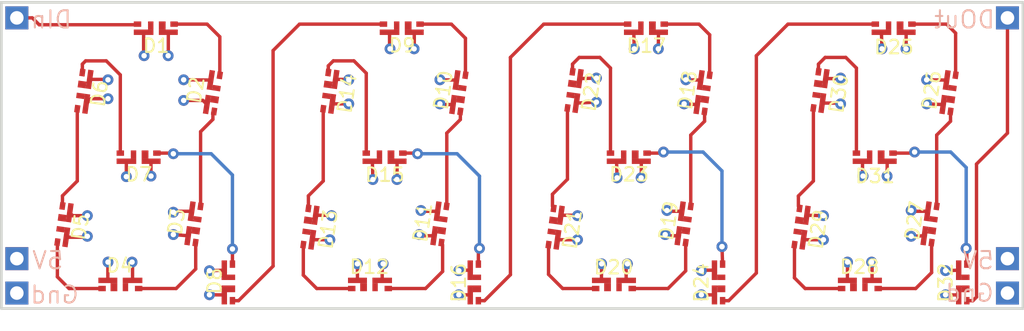
<source format=kicad_pcb>
(kicad_pcb (version 20221018) (generator pcbnew)
  (layers (0 "F.Cu" signal) (1 "In1.Cu" power) (2 "In2.Cu" power) (31 "B.Cu" signal) (34 "B.Paste" user) (35 "F.Paste" user) (36 "B.SilkS" user "B.Silkscreen") (37 "F.SilkS" user "F.Silkscreen") (38 "B.Mask" user) (39 "F.Mask" user) (44 "Edge.Cuts" user))
  (net 0 "")
  (net 1 "GND")
  (net 2 "Net-(D1-DOUT)")
  (net 3 "unconnected-(D1-DIN-Pad3)")
  (net 4 "+5V")
  (net 5 "Net-(D2-DOUT)")
  (net 6 "Net-(D3-DOUT)")
  (net 7 "Net-(D4-DOUT)")
  (net 8 "Net-(D5-DOUT)")
  (net 9 "Net-(D6-DOUT)")
  (net 10 "Net-(D7-DOUT)")
  (net 11 "Net-(D8-DOUT)")
  (net 12 "Net-(D10-DIN)")
  (net 13 "Net-(D10-DOUT)")
  (net 14 "Net-(D11-DOUT)")
  (net 15 "Net-(D12-DOUT)")
  (net 16 "Net-(D13-DOUT)")
  (net 17 "Net-(D14-DOUT)")
  (net 18 "Net-(D15-DOUT)")
  (net 19 "Net-(D16-DOUT)")
  (net 20 "Net-(D17-DOUT)")
  (net 21 "Net-(D18-DOUT)")
  (net 22 "Net-(D19-DOUT)")
  (net 23 "Net-(D20-DOUT)")
  (net 24 "Net-(D21-DOUT)")
  (net 25 "Net-(D22-DOUT)")
  (net 26 "Net-(D23-DOUT)")
  (net 27 "Net-(D24-DOUT)")
  (net 28 "Net-(D25-DOUT)")
  (net 29 "Net-(D26-DOUT)")
  (net 30 "Net-(D27-DOUT)")
  (net 31 "Net-(D28-DOUT)")
  (net 32 "Net-(D29-DOUT)")
  (net 33 "Net-(D30-DOUT)")
  (net 34 "Net-(D31-DOUT)")
  (net 35 "unconnected-(D32-DOUT-Pad2)")
  (footprint "Custom Footprint Library:SK6812-EC3210F" (layer "F.Cu") (at 115.316 82.169 82)
    (fp_text reference "D11")
    (fp_text value "SK6812-EC3210F" hide)
  )
  (footprint "Custom Footprint Library:SK6812-EC3210F" (layer "F.Cu") (at 111.252 77.216 180)
    (fp_text reference "D15")
    (fp_text value "SK6812-EC3210F" hide)
  )
  (footprint "Custom Footprint Library:SK6812-EC3210F" (layer "F.Cu") (at 135.89 86.487 90)
    (fp_text reference "D24")
    (fp_text value "SK6812-EC3210F" hide)
  )
  (footprint "Custom Footprint Library:SK6812-EC3210F" (layer "F.Cu") (at 146.304 86.614)
    (fp_text reference "D28")
    (fp_text value "SK6812-EC3210F" hide)
  )
  (footprint "Custom Footprint Library:SK6812-EC3210F" (layer "F.Cu") (at 123.825 82.354 -98)
    (fp_text reference "D21")
    (fp_text value "SK6812-EC3210F" hide)
  )
  (footprint "" (layer "F.Cu") (at 157.226 84.709)
    (fp_text reference "")
    (fp_text value "")
  )
  (footprint "Custom Footprint Library:SK6812-EC3210F" (layer "F.Cu") (at 147.447 77.216 180)
    (fp_text reference "D31")
    (fp_text value "SK6812-EC3210F" hide)
  )
  (footprint "Custom Footprint Library:SK6812-EC3210F" (layer "F.Cu") (at 143.383 72.263 -98)
    (fp_text reference "D30")
    (fp_text value "SK6812-EC3210F" hide)
  )
  (footprint "Custom Footprint Library:SK6812-EC3210F" (layer "F.Cu") (at 99.695 86.487 90)
    (fp_text reference "D8")
    (fp_text value "SK6812-EC3210F" hide)
  )
  (footprint "Custom Footprint Library:SK6812-EC3210F" (layer "F.Cu") (at 89.027 72.321 -98)
    (fp_text reference "D6")
    (fp_text value "SK6812-EC3210F" hide)
  )
  (footprint "Custom Footprint Library:SK6812-EC3210F" (layer "F.Cu") (at 93.091 77.216 180)
    (fp_text reference "D7")
    (fp_text value "SK6812-EC3210F" hide)
  )
  (footprint "Custom Footprint Library:SK6812-EC3210F" (layer "F.Cu") (at 97.155 82.169 82)
    (fp_text reference "D3")
    (fp_text value "SK6812-EC3210F" hide)
  )
  (footprint "" (layer "F.Cu") (at 157.226 66.929)
    (fp_text reference "")
    (fp_text value "")
  )
  (footprint "" (layer "F.Cu") (at 157.226 87.249)
    (fp_text reference "")
    (fp_text value "")
  )
  (footprint "Custom Footprint Library:SK6812-EC3210F" (layer "F.Cu") (at 87.557 82.169 -98)
    (fp_text reference "D5")
    (fp_text value "SK6812-EC3210F" hide)
  )
  (footprint "" (layer "F.Cu") (at 84.074 66.929)
    (fp_text reference "")
    (fp_text value "")
  )
  (footprint "Custom Footprint Library:SK6812-EC3210F" (layer "F.Cu") (at 116.713 72.481 82)
    (fp_text reference "D10")
    (fp_text value "SK6812-EC3210F" hide)
  )
  (footprint "Custom Footprint Library:SK6812-EC3210F" (layer "F.Cu") (at 152.908 72.481 82)
    (fp_text reference "D26")
    (fp_text value "SK6812-EC3210F" hide)
  )
  (footprint "Custom Footprint Library:SK6812-EC3210F" (layer "F.Cu") (at 129.286 77.216 180)
    (fp_text reference "D23")
    (fp_text value "SK6812-EC3210F" hide)
  )
  (footprint "Custom Footprint Library:SK6812-EC3210F" (layer "F.Cu") (at 91.694 86.614)
    (fp_text reference "D4")
    (fp_text value "SK6812-EC3210F" hide)
  )
  (footprint "Custom Footprint Library:SK6812-EC3210F" (layer "F.Cu") (at 134.747 72.481 82)
    (fp_text reference "D18")
    (fp_text value "SK6812-EC3210F" hide)
  )
  (footprint "Custom Footprint Library:SK6812-EC3210F" (layer "F.Cu") (at 117.856 86.487 90)
    (fp_text reference "D16")
    (fp_text value "SK6812-EC3210F" hide)
  )
  (footprint "Custom Footprint Library:SK6812-EC3210F" (layer "F.Cu") (at 110.128 86.614)
    (fp_text reference "D12")
    (fp_text value "SK6812-EC3210F" hide)
  )
  (footprint "Custom Footprint Library:SK6812-EC3210F" (layer "F.Cu") (at 98.552 72.481 81)
    (fp_text reference "D2")
    (fp_text value "SK6812-EC3210F" hide)
  )
  (footprint "Custom Footprint Library:SK6812-EC3210F" (layer "F.Cu") (at 125.222 72.263 -98)
    (fp_text reference "D22")
    (fp_text value "SK6812-EC3210F" hide)
  )
  (footprint "Custom Footprint Library:SK6812-EC3210F" (layer "F.Cu") (at 112.522 67.691 180)
    (fp_text reference "D9")
    (fp_text value "SK6812-EC3210F" hide)
  )
  (footprint "Custom Footprint Library:SK6812-EC3210F" (layer "F.Cu") (at 151.511 82.169 82)
    (fp_text reference "D27")
    (fp_text value "SK6812-EC3210F" hide)
  )
  (footprint "Custom Footprint Library:SK6812-EC3210F" (layer "F.Cu") (at 107.188 72.321 -98)
    (fp_text reference "D14")
    (fp_text value "SK6812-EC3210F" hide)
  )
  (footprint "Custom Footprint Library:SK6812-EC3210F" (layer "F.Cu") (at 141.986 82.354 -98)
    (fp_text reference "D29")
    (fp_text value "SK6812-EC3210F" hide)
  )
  (footprint "Custom Footprint Library:SK6812-EC3210F" (layer "F.Cu") (at 130.556 67.691 180)
    (fp_text reference "D17")
    (fp_text value "SK6812-EC3210F" hide)
  )
  (footprint "Custom Footprint Library:SK6812-EC3210F" (layer "F.Cu") (at 148.844 67.691 180)
    (fp_text reference "D25")
    (fp_text value "SK6812-EC3210F" hide)
  )
  (footprint "Custom Footprint Library:SK6812-EC3210F" (layer "F.Cu") (at 133.35 82.169 82)
    (fp_text reference "D19")
    (fp_text value "SK6812-EC3210F" hide)
  )
  (footprint "Custom Footprint Library:SK6812-EC3210F" (layer "F.Cu") (at 105.718 82.354 -98)
    (fp_text reference "D13")
    (fp_text value "SK6812-EC3210F" hide)
  )
  (footprint "Custom Footprint Library:SK6812-EC3210F" (layer "F.Cu") (at 128.143 86.614)
    (fp_text reference "D20")
    (fp_text value "SK6812-EC3210F" hide)
  )
  (footprint "Custom Footprint Library:SK6812-EC3210F" (layer "F.Cu") (at 153.924 86.487 90)
    (fp_text reference "D32")
    (fp_text value "SK6812-EC3210F" hide)
  )
  (footprint "Custom Footprint Library:SK6812-EC3210F" (layer "F.Cu") (at 94.361 67.691 180)
    (fp_text reference "D1")
    (fp_text value "SK6812-EC3210F" hide)
  )
  (footprint "" (layer "B.Cu") (at 84.074 87.249 180)
    (fp_text reference "Gnd")
    (fp_text value "")
  )
  (footprint "" (layer "B.Cu") (at 84.074 84.709 180)
    (fp_text reference "5V")
    (fp_text value "")
  )
  (gr_rect (start 82.931 65.786) (end 158.369 88.392) (stroke (width 0.2)) (fill none) (layer "Edge.Cuts"))
  (gr_text "5V" (at 155.067 84.836) (layer "B.SilkS") (effects (font (size 1.27 1.27)) (justify mirror)))
  (gr_text "Gnd" (at 154.432 87.249) (layer "B.SilkS") (effects (font (size 1.27 1.27)) (justify mirror)))
  (gr_text "DIn" (at 86.614 67.056) (layer "B.SilkS") (effects (font (size 1.27 1.27)) (justify mirror)))
  (gr_text "DOut" (at 154.051 67.056) (layer "B.SilkS") (effects (font (size 1.27 1.27)) (justify mirror)))
  (segment (start 114.893664 83.018489) (end 113.879489 83.018489) (width 0.25) (layer "F.Cu") (net 1))
  (segment (start 125.446511 81.504511) (end 125.476 81.534) (width 0.25) (layer "F.Cu") (net 1))
  (segment (start 149.744 67.991) (end 149.744 69.204) (width 0.25) (layer "F.Cu") (net 1))
  (segment (start 134.62 87.376) (end 134.631 87.387) (width 0.25) (layer "F.Cu") (net 1))
  (segment (start 108.585 71.501) (end 108.458 71.501) (width 0.25) (layer "F.Cu") (net 1))
  (segment (start 143.805336 71.413511) (end 144.867489 71.413511) (width 0.25) (layer "F.Cu") (net 1))
  (segment (start 124.247336 81.504511) (end 125.446511 81.504511) (width 0.25) (layer "F.Cu") (net 1))
  (segment (start 130.186 78.729) (end 130.175 78.74) (width 0.25) (layer "F.Cu") (net 1))
  (segment (start 90.834489 71.471511) (end 90.902511 71.471511) (width 0.25) (layer "F.Cu") (net 1))
  (segment (start 106.140336 81.504511) (end 107.285511 81.504511) (width 0.25) (layer "F.Cu") (net 1))
  (segment (start 117.556 87.387) (end 116.713 87.376) (width 0.25) (layer "F.Cu") (net 1))
  (segment (start 90.805 71.501) (end 90.834489 71.471511) (width 0.25) (layer "F.Cu") (net 1))
  (segment (start 112.152 77.516) (end 112.152 78.856) (width 0.25) (layer "F.Cu") (net 1))
  (segment (start 145.404 86.314) (end 145.415 84.963) (width 0.25) (layer "F.Cu") (net 1))
  (segment (start 148.336 78.613) (end 148.347 78.602) (width 0.25) (layer "F.Cu") (net 1))
  (segment (start 148.347 77.516) (end 148.336 78.613) (width 0.25) (layer "F.Cu") (net 1))
  (segment (start 95.261 69.712) (end 95.25 69.723) (width 0.25) (layer "F.Cu") (net 1))
  (segment (start 107.610336 71.471511) (end 108.428511 71.471511) (width 0.25) (layer "F.Cu") (net 1))
  (segment (start 88.193825 81.534) (end 89.281 81.534) (width 0.25) (layer "F.Cu") (net 1))
  (segment (start 113.879489 83.018489) (end 113.792 82.931) (width 0.25) (layer "F.Cu") (net 1))
  (segment (start 90.775511 71.471511) (end 90.805 71.501) (width 0.25) (layer "F.Cu") (net 1))
  (segment (start 145.415 84.963) (end 145.404 84.974) (width 0.25) (layer "F.Cu") (net 1))
  (segment (start 132.040489 83.018489) (end 131.953 82.931) (width 0.25) (layer "F.Cu") (net 1))
  (segment (start 99.395 87.387) (end 98.298 87.376) (width 0.25) (layer "F.Cu") (net 1))
  (segment (start 107.285511 81.504511) (end 107.315 81.534) (width 0.25) (layer "F.Cu") (net 1))
  (segment (start 113.422 69.204) (end 113.411 69.215) (width 0.25) (layer "F.Cu") (net 1))
  (segment (start 95.261 67.991) (end 95.261 69.712) (width 0.25) (layer "F.Cu") (net 1))
  (segment (start 152.665 87.387) (end 152.654 87.376) (width 0.25) (layer "F.Cu") (net 1))
  (segment (start 144.867489 71.413511) (end 144.907 71.374) (width 0.25) (layer "F.Cu") (net 1))
  (segment (start 116.713 87.376) (end 116.724 87.387) (width 0.25) (layer "F.Cu") (net 1))
  (segment (start 113.422 67.991) (end 113.422 69.204) (width 0.25) (layer "F.Cu") (net 1))
  (segment (start 151.257 73.279) (end 151.308489 73.330489) (width 0.25) (layer "F.Cu") (net 1))
  (segment (start 142.408336 81.504511) (end 143.637 81.534) (width 0.25) (layer "F.Cu") (net 1))
  (segment (start 152.485664 73.330489) (end 151.257 73.279) (width 0.25) (layer "F.Cu") (net 1))
  (segment (start 150.114 83.058) (end 150.153511 83.018489) (width 0.25) (layer "F.Cu") (net 1))
  (segment (start 135.59 87.387) (end 134.62 87.376) (width 0.25) (layer "F.Cu") (net 1))
  (segment (start 131.445 69.215) (end 131.456 69.204) (width 0.25) (layer "F.Cu") (net 1))
  (segment (start 143.637 81.534) (end 143.607511 81.504511) (width 0.25) (layer "F.Cu") (net 1))
  (segment (start 89.449336 71.471511) (end 90.775511 71.471511) (width 0.25) (layer "F.Cu") (net 1))
  (segment (start 127.243 86.314) (end 127.254 85.09) (width 0.25) (layer "F.Cu") (net 1))
  (segment (start 93.98 77.527) (end 93.991 77.516) (width 0.25) (layer "F.Cu") (net 1))
  (segment (start 95.631 82.931) (end 95.591489 83.018489) (width 0.25) (layer "F.Cu") (net 1))
  (segment (start 153.624 87.387) (end 152.665 87.387) (width 0.25) (layer "F.Cu") (net 1))
  (segment (start 97.816913 73.025) (end 96.393 73.025) (width 0.25) (layer "F.Cu") (net 1))
  (segment (start 131.456 67.991) (end 131.445 69.215) (width 0.25) (layer "F.Cu") (net 1))
  (segment (start 96.732664 83.018489) (end 95.631 82.931) (width 0.25) (layer "F.Cu") (net 1))
  (segment (start 115.367489 73.330489) (end 115.316 73.279) (width 0.25) (layer "F.Cu") (net 1))
  (segment (start 116.290664 73.330489) (end 115.367489 73.330489) (width 0.25) (layer "F.Cu") (net 1))
  (segment (start 127.254 85.09) (end 127.243 85.101) (width 0.25) (layer "F.Cu") (net 1))
  (segment (start 149.744 69.204) (end 149.733 69.215) (width 0.25) (layer "F.Cu") (net 1))
  (segment (start 132.927664 83.018489) (end 132.040489 83.018489) (width 0.25) (layer "F.Cu") (net 1))
  (segment (start 134.324664 73.330489) (end 133.35 73.279) (width 0.25) (layer "F.Cu") (net 1))
  (segment (start 125.644336 71.413511) (end 126.873 71.374) (width 0.25) (layer "F.Cu") (net 1))
  (segment (start 112.152 78.856) (end 112.141 78.867) (width 0.25) (layer "F.Cu") (net 1))
  (segment (start 90.794 86.314) (end 90.794 84.974) (width 0.25) (layer "F.Cu") (net 1))
  (segment (start 151.088664 83.018489) (end 150.114 83.058) (width 0.25) (layer "F.Cu") (net 1))
  (segment (start 108.428511 71.471511) (end 108.585 71.501) (width 0.25) (layer "F.Cu") (net 1))
  (segment (start 133.35 73.279) (end 133.401489 73.330489) (width 0.25) (layer "F.Cu") (net 1))
  (segment (start 98.114902 73.322989) (end 97.816913 73.025) (width 0.25) (layer "F.Cu") (net 1))
  (segment (start 93.98 78.613) (end 93.98 77.527) (width 0.25) (layer "F.Cu") (net 1))
  (segment (start 87.979336 81.319511) (end 88.193825 81.534) (width 0.25) (layer "F.Cu") (net 1))
  (segment (start 109.22 85.09) (end 109.228 85.098) (width 0.25) (layer "F.Cu") (net 1))
  (segment (start 130.186 77.516) (end 130.186 78.729) (width 0.25) (layer "F.Cu") (net 1))
  (segment (start 126.873 71.374) (end 126.833489 71.413511) (width 0.25) (layer "F.Cu") (net 1))
  (segment (start 90.794 84.974) (end 90.805 84.963) (width 0.25) (layer "F.Cu") (net 1))
  (segment (start 98.298 87.376) (end 98.309 87.387) (width 0.25) (layer "F.Cu") (net 1))
  (segment (start 109.228 86.314) (end 109.22 85.09) (width 0.25) (layer "F.Cu") (net 1))
  (via (at 126.873 71.374) (size 0.8) (drill 0.4) (layers "F.Cu" "B.Cu") (net 1))
  (via (at 133.35 73.279) (size 0.8) (drill 0.4) (layers "F.Cu" "B.Cu") (net 1))
  (via (at 127.254 85.09) (size 0.8) (drill 0.4) (layers "F.Cu" "B.Cu") (net 1))
  (via (at 113.411 69.215) (size 0.8) (drill 0.4) (layers "F.Cu" "B.Cu") (net 1))
  (via (at 150.114 83.058) (size 0.8) (drill 0.4) (layers "F.Cu" "B.Cu") (net 1))
  (via (at 134.62 87.376) (size 0.8) (drill 0.4) (layers "F.Cu" "B.Cu") (net 1))
  (via (at 151.257 73.279) (size 0.8) (drill 0.4) (layers "F.Cu" "B.Cu") (net 1))
  (via (at 144.907 71.374) (size 0.8) (drill 0.4) (layers "F.Cu" "B.Cu") (net 1))
  (via (at 93.98 78.613) (size 0.8) (drill 0.4) (layers "F.Cu" "B.Cu") (net 1))
  (via (at 95.631 82.931) (size 0.8) (drill 0.4) (layers "F.Cu" "B.Cu") (net 1))
  (via (at 89.281 81.534) (size 0.8) (drill 0.4) (layers "F.Cu" "B.Cu") (net 1))
  (via (at 131.445 69.215) (size 0.8) (drill 0.4) (layers "F.Cu" "B.Cu") (net 1))
  (via (at 145.415 84.963) (size 0.8) (drill 0.4) (layers "F.Cu" "B.Cu") (net 1))
  (via (at 96.393 73.025) (size 0.8) (drill 0.4) (layers "F.Cu" "B.Cu") (net 1))
  (via (at 131.953 82.931) (size 0.8) (drill 0.4) (layers "F.Cu" "B.Cu") (net 1))
  (via (at 109.22 85.09) (size 0.8) (drill 0.4) (layers "F.Cu" "B.Cu") (net 1))
  (via (at 107.315 81.534) (size 0.8) (drill 0.4) (layers "F.Cu" "B.Cu") (net 1))
  (via (at 143.637 81.534) (size 0.8) (drill 0.4) (layers "F.Cu" "B.Cu") (net 1))
  (via (at 113.792 82.931) (size 0.8) (drill 0.4) (layers "F.Cu" "B.Cu") (net 1))
  (via (at 90.805 71.501) (size 0.8) (drill 0.4) (layers "F.Cu" "B.Cu") (net 1))
  (via (at 130.175 78.74) (size 0.8) (drill 0.4) (layers "F.Cu" "B.Cu") (net 1))
  (via (at 149.733 69.215) (size 0.8) (drill 0.4) (layers "F.Cu" "B.Cu") (net 1))
  (via (at 152.654 87.376) (size 0.8) (drill 0.4) (layers "F.Cu" "B.Cu") (net 1))
  (via (at 148.336 78.613) (size 0.8) (drill 0.4) (layers "F.Cu" "B.Cu") (net 1))
  (via (at 112.141 78.867) (size 0.8) (drill 0.4) (layers "F.Cu" "B.Cu") (net 1))
  (via (at 95.25 69.723) (size 0.8) (drill 0.4) (layers "F.Cu" "B.Cu") (net 1))
  (via (at 108.585 71.501) (size 0.8) (drill 0.4) (layers "F.Cu" "B.Cu") (net 1))
  (via (at 125.476 81.534) (size 0.8) (drill 0.4) (layers "F.Cu" "B.Cu") (net 1))
  (via (at 116.713 87.376) (size 0.8) (drill 0.4) (layers "F.Cu" "B.Cu") (net 1))
  (via (at 115.316 73.279) (size 0.8) (drill 0.4) (layers "F.Cu" "B.Cu") (net 1))
  (via (at 98.298 87.376) (size 0.8) (drill 0.4) (layers "F.Cu" "B.Cu") (net 1))
  (via (at 90.805 84.963) (size 0.8) (drill 0.4) (layers "F.Cu" "B.Cu") (net 1))
  (segment (start 98.125 67.391) (end 99.063404 68.329404) (width 0.25) (layer "F.Cu") (net 2))
  (segment (start 99.063404 68.329404) (end 99.063404 71.169859) (width 0.25) (layer "F.Cu") (net 2))
  (segment (start 95.686 67.391) (end 98.125 67.391) (width 0.25) (layer "F.Cu") (net 2))
  (segment (start 85.725 67.437) (end 92.94 67.437) (width 0.25) (layer "F.Cu") (net 3))
  (segment (start 84.074 66.929) (end 85.217 66.929) (width 0.25) (layer "F.Cu") (net 3))
  (segment (start 85.217 66.929) (end 85.725 67.437) (width 0.25) (layer "F.Cu") (net 3))
  (segment (start 92.94 67.437) (end 92.986 67.391) (width 0.25) (layer "F.Cu") (net 3))
  (segment (start 132.13825 81.21125) (end 132.08 81.153) (width 0.25) (layer "F.Cu") (net 4))
  (segment (start 110.363 78.867) (end 110.327 78.831) (width 0.25) (layer "F.Cu") (net 4))
  (segment (start 135.59 85.562) (end 134.656 85.562) (width 0.25) (layer "F.Cu") (net 4))
  (segment (start 108.58475 73.27875) (end 108.585 73.279) (width 0.25) (layer "F.Cu") (net 4))
  (segment (start 147.919 67.991) (end 147.955 69.215) (width 0.25) (layer "F.Cu") (net 4))
  (segment (start 123.993345 83.31175) (end 125.47575 83.31175) (width 0.25) (layer "F.Cu") (net 4))
  (segment (start 142.154345 83.31175) (end 143.63675 83.31175) (width 0.25) (layer "F.Cu") (net 4))
  (segment (start 147.229 86.314) (end 147.229 84.999) (width 0.25) (layer "F.Cu") (net 4))
  (segment (start 150.17225 81.21125) (end 150.114 81.153) (width 0.25) (layer "F.Cu") (net 4))
  (segment (start 111.597 69.052) (end 111.633 69.215) (width 0.25) (layer "F.Cu") (net 4))
  (segment (start 146.522 78.577) (end 146.558 78.613) (width 0.25) (layer "F.Cu") (net 4))
  (segment (start 133.477 71.501) (end 133.49925 71.52325) (width 0.25) (layer "F.Cu") (net 4))
  (segment (start 147.955 69.215) (end 147.919 69.179) (width 0.25) (layer "F.Cu") (net 4))
  (segment (start 144.84875 73.22075) (end 144.907 73.279) (width 0.25) (layer "F.Cu") (net 4))
  (segment (start 151.257 71.501) (end 151.27925 71.52325) (width 0.25) (layer "F.Cu") (net 4))
  (segment (start 128.397 78.74) (end 128.361 78.704) (width 0.25) (layer "F.Cu") (net 4))
  (segment (start 96.986655 81.21125) (end 95.69975 81.21125) (width 0.25) (layer "F.Cu") (net 4))
  (segment (start 111.633 69.215) (end 111.633 69.088) (width 0.25) (layer "F.Cu") (net 4))
  (segment (start 99.395 85.562) (end 98.298 85.598) (width 0.25) (layer "F.Cu") (net 4))
  (segment (start 89.576095 72.898) (end 90.805 72.898) (width 0.25) (layer "F.Cu") (net 4))
  (segment (start 98.400395 71.520458) (end 96.393 71.501) (width 0.25) (layer "F.Cu") (net 4))
  (segment (start 115.316 71.501) (end 115.33825 71.52325) (width 0.25) (layer "F.Cu") (net 4))
  (segment (start 134.656 85.562) (end 134.62 85.598) (width 0.25) (layer "F.Cu") (net 4))
  (segment (start 92.160529 77.521471) (end 92.160529 78.654471) (width 0.25) (layer "F.Cu") (net 4))
  (segment (start 92.583 85.09) (end 92.583 84.963) (width 0.25) (layer "F.Cu") (net 4))
  (segment (start 107.356345 73.27875) (end 108.58475 73.27875) (width 0.25) (layer "F.Cu") (net 4))
  (segment (start 128.361 77.516) (end 128.397 78.74) (width 0.25) (layer "F.Cu") (net 4))
  (segment (start 110.327 77.516) (end 110.363 78.867) (width 0.25) (layer "F.Cu") (net 4))
  (segment (start 87.725345 83.12675) (end 89.21225 83.12675) (width 0.25) (layer "F.Cu") (net 4))
  (segment (start 125.47575 83.31175) (end 125.476 83.312) (width 0.25) (layer "F.Cu") (net 4))
  (segment (start 146.522 77.516) (end 146.522 78.577) (width 0.25) (layer "F.Cu") (net 4))
  (segment (start 143.63675 83.31175) (end 143.637 83.312) (width 0.25) (layer "F.Cu") (net 4))
  (segment (start 151.342655 81.21125) (end 150.17225 81.21125) (width 0.25) (layer "F.Cu") (net 4))
  (segment (start 98.298 85.598) (end 98.334 85.562) (width 0.25) (layer "F.Cu") (net 4))
  (segment (start 129.068 85.181) (end 129.159 85.09) (width 0.25) (layer "F.Cu") (net 4))
  (segment (start 152.739655 71.52325) (end 151.257 71.501) (width 0.25) (layer "F.Cu") (net 4))
  (segment (start 129.667 69.215) (end 129.631 69.179) (width 0.25) (layer "F.Cu") (net 4))
  (segment (start 129.068 86.314) (end 129.068 85.181) (width 0.25) (layer "F.Cu") (net 4))
  (segment (start 107.188 83.312) (end 107.18775 83.31175) (width 0.25) (layer "F.Cu") (net 4))
  (segment (start 92.619 86.314) (end 92.619 85.054) (width 0.25) (layer "F.Cu") (net 4))
  (segment (start 143.551345 73.22075) (end 144.84875 73.22075) (width 0.25) (layer "F.Cu") (net 4))
  (segment (start 115.147655 81.21125) (end 113.97725 81.21125) (width 0.25) (layer "F.Cu") (net 4))
  (segment (start 92.583 84.963) (end 92.71 84.963) (width 0.25) (layer "F.Cu") (net 4))
  (segment (start 92.71 84.963) (end 92.71 84.963) (width 0.25) (layer "F.Cu") (net 4))
  (segment (start 126.873 73.152) (end 126.80425 73.22075) (width 0.25) (layer "F.Cu") (net 4))
  (segment (start 92.619 85.054) (end 92.583 85.09) (width 0.25) (layer "F.Cu") (net 4))
  (segment (start 89.195345 73.27875) (end 89.576095 72.898) (width 0.25) (layer "F.Cu") (net 4))
  (segment (start 89.21225 83.12675) (end 89.281 83.058) (width 0.25) (layer "F.Cu") (net 4))
  (segment (start 152.654 85.598) (end 152.69 85.562) (width 0.25) (layer "F.Cu") (net 4))
  (segment (start 92.166 77.516) (end 92.160529 77.521471) (width 0.25) (layer "F.Cu") (net 4))
  (segment (start 113.97725 81.21125) (end 113.919 81.153) (width 0.25) (layer "F.Cu") (net 4))
  (segment (start 147.229 84.999) (end 147.193 84.963) (width 0.25) (layer "F.Cu") (net 4))
  (segment (start 111.597 67.991) (end 111.597 69.052) (width 0.25) (layer "F.Cu") (net 4))
  (segment (start 117.556 85.562) (end 116.749 85.562) (width 0.25) (layer "F.Cu") (net 4))
  (segment (start 93.436 69.687) (end 93.472 69.723) (width 0.25) (layer "F.Cu") (net 4))
  (segment (start 96.393 71.501) (end 96.412458 71.520458) (width 0.25) (layer "F.Cu") (net 4))
  (segment (start 105.886345 83.31175) (end 107.188 83.312) (width 0.25) (layer "F.Cu") (net 4))
  (segment (start 116.544655 71.52325) (end 115.316 71.501) (width 0.25) (layer "F.Cu") (net 4))
  (segment (start 134.578655 71.52325) (end 133.477 71.501) (width 0.25) (layer "F.Cu") (net 4))
  (segment (start 116.749 85.562) (end 116.713 85.598) (width 0.25) (layer "F.Cu") (net 4))
  (segment (start 93.436 67.991) (end 93.436 69.687) (width 0.25) (layer "F.Cu") (net 4))
  (segment (start 129.631 67.991) (end 129.667 69.215) (width 0.25) (layer "F.Cu") (net 4))
  (segment (start 153.624 85.562) (end 152.654 85.598) (width 0.25) (layer "F.Cu") (net 4))
  (segment (start 133.181655 81.21125) (end 132.13825 81.21125) (width 0.25) (layer "F.Cu") (net 4))
  (segment (start 111.053 85.162) (end 111.125 85.09) (width 0.25) (layer "F.Cu") (net 4))
  (segment (start 95.69975 81.21125) (end 95.631 81.28) (width 0.25) (layer "F.Cu") (net 4))
  (segment (start 111.053 86.314) (end 111.053 85.162) (width 0.25) (layer "F.Cu") (net 4))
  (segment (start 125.390345 73.22075) (end 126.873 73.152) (width 0.25) (layer "F.Cu") (net 4))
  (via (at 143.637 83.312) (size 0.8) (drill 0.4) (layers "F.Cu" "B.Cu") (net 4))
  (via (at 98.298 85.598) (size 0.8) (drill 0.4) (layers "F.Cu" "B.Cu") (net 4))
  (via (at 116.713 85.598) (size 0.8) (drill 0.4) (layers "F.Cu" "B.Cu") (net 4))
  (via (at 147.193 84.963) (size 0.8) (drill 0.4) (layers "F.Cu" "B.Cu") (net 4))
  (via (at 115.316 71.501) (size 0.8) (drill 0.4) (layers "F.Cu" "B.Cu") (net 4))
  (via (at 107.188 83.312) (size 0.8) (drill 0.4) (layers "F.Cu" "B.Cu") (net 4))
  (via (at 110.363 78.867) (size 0.8) (drill 0.4) (layers "F.Cu" "B.Cu") (net 4))
  (via (at 108.585 73.279) (size 0.8) (drill 0.4) (layers "F.Cu" "B.Cu") (net 4))
  (via (at 151.257 71.501) (size 0.8) (drill 0.4) (layers "F.Cu" "B.Cu") (net 4))
  (via (at 90.805 72.898) (size 0.8) (drill 0.4) (layers "F.Cu" "B.Cu") (net 4))
  (via (at 92.583 84.963) (size 0.8) (drill 0.4) (layers "F.Cu" "B.Cu") (net 4))
  (via (at 146.558 78.613) (size 0.8) (drill 0.4) (layers "F.Cu" "B.Cu") (net 4))
  (via (at 128.397 78.74) (size 0.8) (drill 0.4) (layers "F.Cu" "B.Cu") (net 4))
  (via (at 134.62 85.598) (size 0.8) (drill 0.4) (layers "F.Cu" "B.Cu") (net 4))
  (via (at 152.654 85.598) (size 0.8) (drill 0.4) (layers "F.Cu" "B.Cu") (net 4))
  (via (at 150.114 81.153) (size 0.8) (drill 0.4) (layers "F.Cu" "B.Cu") (net 4))
  (via (at 95.631 81.28) (size 0.8) (drill 0.4) (layers "F.Cu" "B.Cu") (net 4))
  (via (at 133.477 71.501) (size 0.8) (drill 0.4) (layers "F.Cu" "B.Cu") (net 4))
  (via (at 113.919 81.153) (size 0.8) (drill 0.4) (layers "F.Cu" "B.Cu") (net 4))
  (via (at 132.08 81.153) (size 0.8) (drill 0.4) (layers "F.Cu" "B.Cu") (net 4))
  (via (at 93.472 69.723) (size 0.8) (drill 0.4) (layers "F.Cu" "B.Cu") (net 4))
  (via (at 125.476 83.312) (size 0.8) (drill 0.4) (layers "F.Cu" "B.Cu") (net 4))
  (via (at 111.633 69.215) (size 0.8) (drill 0.4) (layers "F.Cu" "B.Cu") (net 4))
  (via (at 126.873 73.152) (size 0.8) (drill 0.4) (layers "F.Cu" "B.Cu") (net 4))
  (via (at 129.159 85.09) (size 0.8) (drill 0.4) (layers "F.Cu" "B.Cu") (net 4))
  (via (at 89.281 83.058) (size 0.8) (drill 0.4) (layers "F.Cu" "B.Cu") (net 4))
  (via (at 96.393 71.501) (size 0.8) (drill 0.4) (layers "F.Cu" "B.Cu") (net 4))
  (via (at 147.955 69.215) (size 0.8) (drill 0.4) (layers "F.Cu" "B.Cu") (net 4))
  (via (at 144.907 73.279) (size 0.8) (drill 0.4) (layers "F.Cu" "B.Cu") (net 4))
  (via (at 92.160529 78.654471) (size 0.8) (drill 0.4) (layers "F.Cu" "B.Cu") (net 4))
  (via (at 111.125 85.09) (size 0.8) (drill 0.4) (layers "F.Cu" "B.Cu") (net 4))
  (via (at 129.667 69.215) (size 0.8) (drill 0.4) (layers "F.Cu" "B.Cu") (net 4))
  (segment (start 98.552 74.422) (end 97.643443 75.330557) (width 0.25) (layer "F.Cu") (net 5))
  (segment (start 97.643443 75.330557) (end 97.643443 80.849133) (width 0.25) (layer "F.Cu") (net 5))
  (segment (start 98.552 73.925648) (end 98.552 74.422) (width 0.25) (layer "F.Cu") (net 5))
  (segment (start 98.641031 73.836617) (end 98.552 73.925648) (width 0.25) (layer "F.Cu") (net 5))
  (segment (start 97.282 85.471) (end 97.282 83.537181) (width 0.25) (layer "F.Cu") (net 6))
  (segment (start 95.839 86.914) (end 97.282 85.471) (width 0.25) (layer "F.Cu") (net 6))
  (segment (start 93.069 86.914) (end 95.839 86.914) (width 0.25) (layer "F.Cu") (net 6))
  (segment (start 97.282 83.537181) (end 97.267676 83.522857) (width 0.25) (layer "F.Cu") (net 6))
  (segment (start 87.93 86.914) (end 87.068557 86.052557) (width 0.25) (layer "F.Cu") (net 7))
  (segment (start 90.369 86.914) (end 87.93 86.914) (width 0.25) (layer "F.Cu") (net 7))
  (segment (start 87.068557 86.052557) (end 87.068557 83.488867) (width 0.25) (layer "F.Cu") (net 7))
  (segment (start 87.444324 80.068676) (end 88.538557 78.974443) (width 0.25) (layer "F.Cu") (net 8))
  (segment (start 87.444324 80.815143) (end 87.444324 80.068676) (width 0.25) (layer "F.Cu") (net 8))
  (segment (start 88.538557 78.974443) (end 88.538557 73.640867) (width 0.25) (layer "F.Cu") (net 8))
  (segment (start 89.154 70.104) (end 88.914324 70.343676) (width 0.25) (layer "F.Cu") (net 9))
  (segment (start 91.716 71.142) (end 90.678 70.104) (width 0.25) (layer "F.Cu") (net 9))
  (segment (start 90.678 70.104) (end 89.154 70.104) (width 0.25) (layer "F.Cu") (net 9))
  (segment (start 91.716 76.916) (end 91.716 71.142) (width 0.25) (layer "F.Cu") (net 9))
  (segment (start 88.914324 70.343676) (end 88.914324 70.967143) (width 0.25) (layer "F.Cu") (net 9))
  (segment (start 99.995 85.112) (end 99.995 83.993) (width 0.25) (layer "F.Cu") (net 10))
  (segment (start 95.631 76.962) (end 95.585 76.916) (width 0.25) (layer "F.Cu") (net 10))
  (segment (start 94.416 76.916) (end 95.585 76.916) (width 0.25) (layer "F.Cu") (net 10))
  (via (at 99.995 83.993) (size 0.8) (drill 0.4) (layers "F.Cu" "B.Cu") (net 10))
  (via (at 95.631 76.962) (size 0.8) (drill 0.4) (layers "F.Cu" "B.Cu") (net 10))
  (segment (start 99.995 78.532) (end 99.995 83.993) (width 0.25) (layer "B.Cu") (net 10))
  (segment (start 98.425 76.962) (end 99.995 78.532) (width 0.25) (layer "B.Cu") (net 10))
  (segment (start 95.631 76.962) (end 98.425 76.962) (width 0.25) (layer "B.Cu") (net 10))
  (segment (start 100.445 87.812) (end 102.997 85.26) (width 0.25) (layer "F.Cu") (net 11))
  (segment (start 104.948 67.391) (end 111.147 67.391) (width 0.25) (layer "F.Cu") (net 11))
  (segment (start 102.997 69.342) (end 104.948 67.391) (width 0.25) (layer "F.Cu") (net 11))
  (segment (start 102.997 85.26) (end 102.997 69.342) (width 0.25) (layer "F.Cu") (net 11))
  (segment (start 99.995 87.812) (end 100.445 87.812) (width 0.25) (layer "F.Cu") (net 11))
  (segment (start 116.159 67.391) (end 117.201443 68.433443) (width 0.25) (layer "F.Cu") (net 12))
  (segment (start 113.847 67.391) (end 116.159 67.391) (width 0.25) (layer "F.Cu") (net 12))
  (segment (start 117.201443 68.433443) (end 117.201443 71.161133) (width 0.25) (layer "F.Cu") (net 12))
  (segment (start 116.825676 74.436324) (end 115.824 75.438) (width 0.25) (layer "F.Cu") (net 13))
  (segment (start 115.824 80.829576) (end 115.804443 80.849133) (width 0.25) (layer "F.Cu") (net 13))
  (segment (start 116.825676 73.834857) (end 116.825676 74.436324) (width 0.25) (layer "F.Cu") (net 13))
  (segment (start 115.824 75.438) (end 115.824 80.829576) (width 0.25) (layer "F.Cu") (net 13))
  (segment (start 114.254 86.914) (end 115.514139 85.653861) (width 0.25) (layer "F.Cu") (net 14))
  (segment (start 115.514139 85.653861) (end 115.514139 83.679287) (width 0.25) (layer "F.Cu") (net 14))
  (segment (start 111.503 86.914) (end 114.254 86.914) (width 0.25) (layer "F.Cu") (net 14))
  (segment (start 105.229557 85.925557) (end 105.229557 83.673867) (width 0.25) (layer "F.Cu") (net 15))
  (segment (start 106.218 86.914) (end 105.229557 85.925557) (width 0.25) (layer "F.Cu") (net 15))
  (segment (start 108.803 86.914) (end 106.218 86.914) (width 0.25) (layer "F.Cu") (net 15))
  (segment (start 105.605324 81.000143) (end 105.605324 80.068676) (width 0.25) (layer "F.Cu") (net 16))
  (segment (start 106.699557 78.974443) (end 106.699557 73.640867) (width 0.25) (layer "F.Cu") (net 16))
  (segment (start 105.605324 80.068676) (end 106.699557 78.974443) (width 0.25) (layer "F.Cu") (net 16))
  (segment (start 108.966 70.104) (end 109.877 71.015) (width 0.25) (layer "F.Cu") (net 17))
  (segment (start 107.075324 70.470676) (end 107.442 70.104) (width 0.25) (layer "F.Cu") (net 17))
  (segment (start 107.442 70.104) (end 108.966 70.104) (width 0.25) (layer "F.Cu") (net 17))
  (segment (start 109.877 71.015) (end 109.877 76.916) (width 0.25) (layer "F.Cu") (net 17))
  (segment (start 107.075324 70.967143) (end 107.075324 70.470676) (width 0.25) (layer "F.Cu") (net 17))
  (segment (start 118.156 85.112) (end 118.156 84.028) (width 0.25) (layer "F.Cu") (net 18))
  (segment (start 112.577 76.916) (end 113.619 76.916) (width 0.25) (layer "F.Cu") (net 18))
  (segment (start 118.156 84.028) (end 118.237 83.947) (width 0.25) (layer "F.Cu") (net 18))
  (segment (start 113.619 76.916) (end 113.665 76.962) (width 0.25) (layer "F.Cu") (net 18))
  (via (at 118.237 83.947) (size 0.8) (drill 0.4) (layers "F.Cu" "B.Cu") (net 18))
  (via (at 113.665 76.962) (size 0.8) (drill 0.4) (layers "F.Cu" "B.Cu") (net 18))
  (segment (start 118.237 83.947) (end 118.237 78.613) (width 0.25) (layer "B.Cu") (net 18))
  (segment (start 118.237 78.613) (end 116.586 76.962) (width 0.25) (layer "B.Cu") (net 18))
  (segment (start 116.586 76.962) (end 113.665 76.962) (width 0.25) (layer "B.Cu") (net 18))
  (segment (start 122.982 67.391) (end 129.181 67.391) (width 0.25) (layer "F.Cu") (net 19))
  (segment (start 120.523 85.895) (end 120.523 69.85) (width 0.25) (layer "F.Cu") (net 19))
  (segment (start 118.606 87.812) (end 120.523 85.895) (width 0.25) (layer "F.Cu") (net 19))
  (segment (start 118.156 87.812) (end 118.606 87.812) (width 0.25) (layer "F.Cu") (net 19))
  (segment (start 120.523 69.85) (end 122.982 67.391) (width 0.25) (layer "F.Cu") (net 19))
  (segment (start 131.881 67.391) (end 134.447 67.391) (width 0.25) (layer "F.Cu") (net 20))
  (segment (start 135.235443 68.179443) (end 135.235443 71.161133) (width 0.25) (layer "F.Cu") (net 20))
  (segment (start 134.447 67.391) (end 135.235443 68.179443) (width 0.25) (layer "F.Cu") (net 20))
  (segment (start 134.859676 74.563324) (end 133.838443 75.584557) (width 0.25) (layer "F.Cu") (net 21))
  (segment (start 133.838443 75.584557) (end 133.838443 80.849133) (width 0.25) (layer "F.Cu") (net 21))
  (segment (start 134.859676 73.834857) (end 134.859676 74.563324) (width 0.25) (layer "F.Cu") (net 21))
  (segment (start 133.462676 83.522857) (end 133.462676 85.612324) (width 0.25) (layer "F.Cu") (net 22))
  (segment (start 132.161 86.914) (end 129.518 86.914) (width 0.25) (layer "F.Cu") (net 22))
  (segment (start 133.462676 85.612324) (end 132.161 86.914) (width 0.25) (layer "F.Cu") (net 22))
  (segment (start 123.336557 85.871557) (end 123.336557 83.673867) (width 0.25) (layer "F.Cu") (net 23))
  (segment (start 126.818 86.914) (end 124.379 86.914) (width 0.25) (layer "F.Cu") (net 23))
  (segment (start 124.379 86.914) (end 123.336557 85.871557) (width 0.25) (layer "F.Cu") (net 23))
  (segment (start 123.626861 79.954139) (end 123.626861 80.843713) (width 0.25) (layer "F.Cu") (net 24))
  (segment (start 124.733557 73.582867) (end 124.733557 78.847443) (width 0.25) (layer "F.Cu") (net 24))
  (segment (start 124.733557 78.847443) (end 123.626861 79.954139) (width 0.25) (layer "F.Cu") (net 24))
  (segment (start 127.911 70.634) (end 127.911 76.916) (width 0.25) (layer "F.Cu") (net 25))
  (segment (start 125.109324 70.909143) (end 125.109324 70.343676) (width 0.25) (layer "F.Cu") (net 25))
  (segment (start 125.603 69.85) (end 127.127 69.85) (width 0.25) (layer "F.Cu") (net 25))
  (segment (start 125.109324 70.343676) (end 125.603 69.85) (width 0.25) (layer "F.Cu") (net 25))
  (segment (start 127.127 69.85) (end 127.911 70.634) (width 0.25) (layer "F.Cu") (net 25))
  (segment (start 130.611 76.916) (end 131.745 76.916) (width 0.25) (layer "F.Cu") (net 26))
  (segment (start 136.144 83.82) (end 136.19 83.866) (width 0.25) (layer "F.Cu") (net 26))
  (segment (start 136.19 85.112) (end 136.144 83.82) (width 0.25) (layer "F.Cu") (net 26))
  (segment (start 131.745 76.916) (end 131.826 76.835) (width 0.25) (layer "F.Cu") (net 26))
  (via (at 136.144 83.82) (size 0.8) (drill 0.4) (layers "F.Cu" "B.Cu") (net 26))
  (via (at 131.826 76.835) (size 0.8) (drill 0.4) (layers "F.Cu" "B.Cu") (net 26))
  (via (at 136.144 83.82) (size 0.8) (drill 0.4) (layers "F.Cu" "B.Cu") (net 26))
  (segment (start 134.747 76.835) (end 131.826 76.835) (width 0.25) (layer "B.Cu") (net 26))
  (segment (start 136.144 78.232) (end 134.747 76.835) (width 0.25) (layer "B.Cu") (net 26))
  (segment (start 136.144 83.82) (end 136.144 78.232) (width 0.25) (layer "B.Cu") (net 26))
  (segment (start 136.19 87.812) (end 136.64 87.812) (width 0.25) (layer "F.Cu") (net 27))
  (segment (start 138.684 85.768) (end 138.684 69.723) (width 0.25) (layer "F.Cu") (net 27))
  (segment (start 136.64 87.812) (end 138.684 85.768) (width 0.25) (layer "F.Cu") (net 27))
  (segment (start 141.016 67.391) (end 147.469 67.391) (width 0.25) (layer "F.Cu") (net 27))
  (segment (start 138.684 69.723) (end 141.016 67.391) (width 0.25) (layer "F.Cu") (net 27))
  (segment (start 152.735 67.391) (end 153.396443 68.052443) (width 0.25) (layer "F.Cu") (net 28))
  (segment (start 153.396443 68.052443) (end 153.396443 71.161133) (width 0.25) (layer "F.Cu") (net 28))
  (segment (start 150.169 67.391) (end 152.735 67.391) (width 0.25) (layer "F.Cu") (net 28))
  (segment (start 153.020676 73.834857) (end 153.020676 74.563324) (width 0.25) (layer "F.Cu") (net 29))
  (segment (start 153.020676 74.563324) (end 151.999443 75.584557) (width 0.25) (layer "F.Cu") (net 29))
  (segment (start 151.999443 75.584557) (end 151.999443 80.849133) (width 0.25) (layer "F.Cu") (net 29))
  (segment (start 150.449 86.914) (end 147.679 86.914) (width 0.25) (layer "F.Cu") (net 30))
  (segment (start 151.623676 85.739324) (end 150.449 86.914) (width 0.25) (layer "F.Cu") (net 30))
  (segment (start 151.623676 83.522857) (end 151.623676 85.739324) (width 0.25) (layer "F.Cu") (net 30))
  (segment (start 142.286 86.914) (end 141.497557 86.125557) (width 0.25) (layer "F.Cu") (net 31))
  (segment (start 144.979 86.914) (end 142.286 86.914) (width 0.25) (layer "F.Cu") (net 31))
  (segment (start 141.497557 86.125557) (end 141.497557 83.673867) (width 0.25) (layer "F.Cu") (net 31))
  (segment (start 142.894557 78.974443) (end 141.787861 80.081139) (width 0.25) (layer "F.Cu") (net 32))
  (segment (start 142.894557 73.582867) (end 142.894557 78.974443) (width 0.25) (layer "F.Cu") (net 32))
  (segment (start 141.787861 80.081139) (end 141.787861 80.843713) (width 0.25) (layer "F.Cu") (net 32))
  (segment (start 143.764 69.85) (end 145.288 69.85) (width 0.25) (layer "F.Cu") (net 33))
  (segment (start 146.072 70.634) (end 146.072 76.916) (width 0.25) (layer "F.Cu") (net 33))
  (segment (start 143.270324 70.343676) (end 143.764 69.85) (width 0.25) (layer "F.Cu") (net 33))
  (segment (start 145.288 69.85) (end 146.072 70.634) (width 0.25) (layer "F.Cu") (net 33))
  (segment (start 143.270324 70.909143) (end 143.270324 70.343676) (width 0.25) (layer "F.Cu") (net 33))
  (segment (start 148.772 76.916) (end 150.287 76.916) (width 0.25) (layer "F.Cu") (net 34))
  (segment (start 150.287 76.916) (end 150.368 76.835) (width 0.25) (layer "F.Cu") (net 34))
  (segment (start 154.224 83.993) (end 154.178 83.947) (width 0.25) (layer "F.Cu") (net 34))
  (segment (start 154.224 85.112) (end 154.224 83.993) (width 0.25) (layer "F.Cu") (net 34))
  (via (at 154.178 83.947) (size 0.8) (drill 0.4) (layers "F.Cu" "B.Cu") (net 34))
  (via (at 154.178 83.947) (size 0.8) (drill 0.4) (layers "F.Cu" "B.Cu") (net 34))
  (via (at 150.368 76.835) (size 0.8) (drill 0.4) (layers "F.Cu" "B.Cu") (net 34))
  (segment (start 154.178 83.947) (end 154.178 77.978) (width 0.25) (layer "B.Cu") (net 34))
  (segment (start 153.035 76.835) (end 150.368 76.835) (width 0.25) (layer "B.Cu") (net 34))
  (segment (start 154.178 77.978) (end 153.035 76.835) (width 0.25) (layer "B.Cu") (net 34))
  (segment (start 154.674 87.812) (end 154.94 87.546) (width 0.25) (layer "F.Cu") (net 35))
  (segment (start 157.226 75.438) (end 157.226 66.929) (width 0.25) (layer "F.Cu") (net 35))
  (segment (start 154.224 87.812) (end 154.674 87.812) (width 0.25) (layer "F.Cu") (net 35))
  (segment (start 154.94 77.724) (end 157.226 75.438) (width 0.25) (layer "F.Cu") (net 35))
  (segment (start 154.94 87.546) (end 154.94 77.724) (width 0.25) (layer "F.Cu") (net 35))
)
</source>
